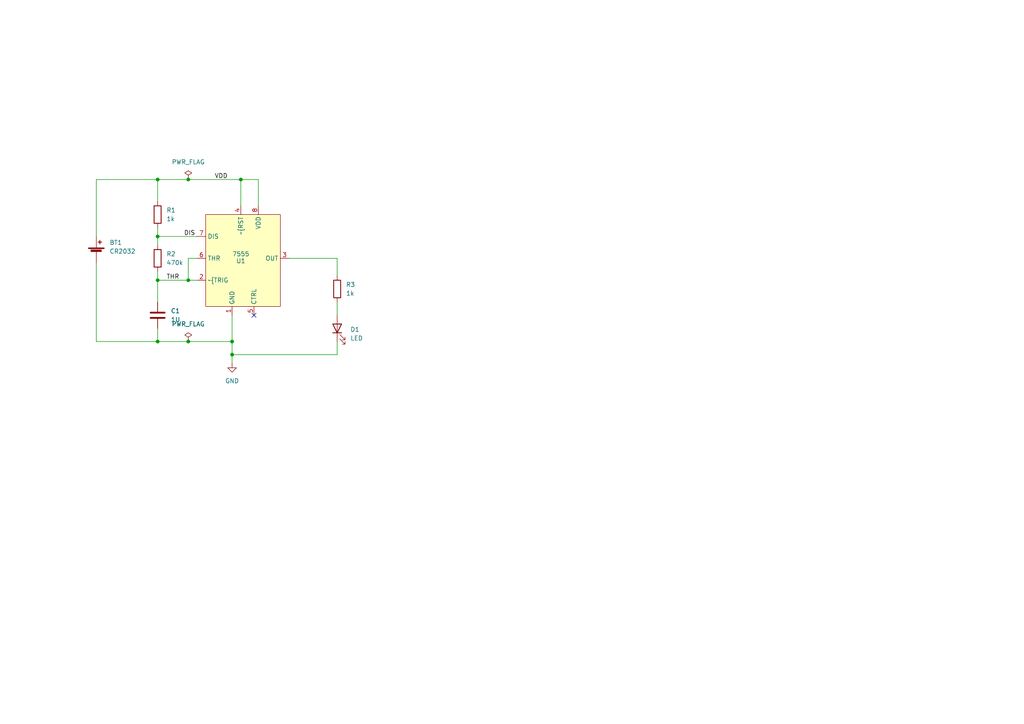
<source format=kicad_sch>
(kicad_sch (version 20211123) (generator eeschema)
  (paper "A4")
  (lib_symbols
    (symbol "Blinky:7555"
      (property "Reference" "U" (at 0 0 0))
      (property "Value" "7555" (at 0 5.08 0))
      (symbol "7555_0_1"
        (rectangle (start -10.16 15.24) (end 11.43 -11.43) (fill (type background)))
      )
      (symbol "7555_1_1"
        (pin power_in line (at -2.54 -13.97 90) (length 2.54) (name "GND") (number "1"))
        (pin input line (at -12.7 -3.81 0) (length 2.54) (name "~{TRIG") (number "2"))
        (pin output line (at 13.97 2.54 180) (length 2.54) (name "OUT") (number "3"))
        (pin input line (at 0 17.78 270) (length 2.54) (name "~{RST") (number "4"))
        (pin input line (at 3.81 -13.97 90) (length 2.54) (name "CTRL") (number "5"))
        (pin input line (at -12.7 2.54 0) (length 2.54) (name "THR") (number "6"))
        (pin input line (at -12.7 8.89 0) (length 2.54) (name "DIS") (number "7"))
        (pin power_in line (at 5.08 17.78 270) (length 2.54) (name "VDD") (number "8"))
      )
    )
    (symbol "Device:Battery_Cell" (pin_numbers hide) (pin_names (offset 0) hide)
      (property "Reference" "BT" (at 2.54 2.54 0))
      (property "Value" "Battery_Cell" (at 2.54 0 0))
      (symbol "Battery_Cell_0_1"
        (rectangle (start -2.286 1.778) (end 2.286 1.524) (fill (type outline)))
        (rectangle (start -1.5748 1.1938) (end 1.4732 0.6858) (fill (type outline)))
        (polyline (pts (xy 0 0.762) (xy 0 0)))
        (polyline (pts (xy 0 1.778) (xy 0 2.54)))
        (polyline (pts (xy 0.508 3.429) (xy 1.524 3.429)) (stroke (width 0.254)))
        (polyline (pts (xy 1.016 3.937) (xy 1.016 2.921)) (stroke (width 0.254)))
      )
      (symbol "Battery_Cell_1_1"
        (pin passive line (at 0 5.08 270) (length 2.54) (name "+") (number "1"))
        (pin passive line (at 0 -2.54 90) (length 2.54) (name "-") (number "2"))
      )
    )
    (symbol "Device:C" (pin_numbers hide) (pin_names (offset 0.254))
      (property "Reference" "C" (at 0.635 2.54 0))
      (property "Value" "C" (at 0.635 -2.54 0))
      (symbol "C_0_1"
        (polyline (pts (xy -2.032 -0.762) (xy 2.032 -0.762)) (stroke (width 0.508)))
        (polyline (pts (xy -2.032 0.762) (xy 2.032 0.762)) (stroke (width 0.508)))
      )
      (symbol "C_1_1"
        (pin passive line (at 0 3.81 270) (length 2.794) (name "~") (number "1"))
        (pin passive line (at 0 -3.81 90) (length 2.794) (name "~") (number "2"))
      )
    )
    (symbol "Device:LED" (pin_numbers hide) (pin_names (offset 1.016) hide)
      (property "Reference" "D" (at 0 2.54 0))
      (property "Value" "LED" (at 0 -2.54 0))
      (symbol "LED_0_1"
        (polyline (pts (xy -1.27 -1.27) (xy -1.27 1.27)) (stroke (width 0.254)))
        (polyline (pts (xy -1.27 0) (xy 1.27 0)))
        (polyline (pts (xy 1.27 -1.27) (xy 1.27 1.27) (xy -1.27 0) (xy 1.27 -1.27)) (stroke (width 0.254)))
        (polyline (pts (xy -3.048 -0.762) (xy -4.572 -2.286) (xy -3.81 -2.286) (xy -4.572 -2.286) (xy -4.572 -1.524)))
        (polyline (pts (xy -1.778 -0.762) (xy -3.302 -2.286) (xy -2.54 -2.286) (xy -3.302 -2.286) (xy -3.302 -1.524)))
      )
      (symbol "LED_1_1"
        (pin passive line (at -3.81 0 0) (length 2.54) (name "K") (number "1"))
        (pin passive line (at 3.81 0 180) (length 2.54) (name "A") (number "2"))
      )
    )
    (symbol "Device:R" (pin_numbers hide) (pin_names (offset 0))
      (property "Reference" "R" (at 2.032 0 90))
      (property "Value" "R" (at 0 0 90))
      (symbol "R_0_1"
        (rectangle (start -1.016 -2.54) (end 1.016 2.54) (stroke (width 0.254)))
      )
      (symbol "R_1_1"
        (pin passive line (at 0 3.81 270) (length 1.27) (name "~") (number "1"))
        (pin passive line (at 0 -3.81 90) (length 1.27) (name "~") (number "2"))
      )
    )
    (symbol "power:GND" (power) (pin_names (offset 0))
      (property "Value" "GND" (at 0 -3.81 0))
      (symbol "GND_0_1"
        (polyline (pts (xy 0 0) (xy 0 -1.27) (xy 1.27 -1.27) (xy 0 -2.54) (xy -1.27 -1.27) (xy 0 -1.27)))
      )
      (symbol "GND_1_1"
        (pin power_in line (at 0 0 270) (length 0) hide (name "GND") (number "1"))
      )
    )
    (symbol "power:PWR_FLAG" (power) (pin_numbers hide) (pin_names (offset 0) hide)
      (property "Value" "PWR_FLAG" (at 0 3.81 0))
      (symbol "PWR_FLAG_0_0"
        (pin power_out line (at 0 0 90) (length 0) (name "pwr") (number "1"))
      )
      (symbol "PWR_FLAG_0_1"
        (polyline (pts (xy 0 0) (xy 0 1.27) (xy -1.016 1.905) (xy 0 2.54) (xy 1.016 1.905) (xy 0 1.27)))
      )
    )
  )
  (junction (at 54.61 99.06))
  (junction (at 54.61 52.07))
  (junction (at 45.72 52.07))
  (junction (at 67.31 102.87))
  (junction (at 45.72 99.06))
  (junction (at 69.85 52.07))
  (junction (at 54.61 81.28))
  (junction (at 45.72 68.58))
  (junction (at 67.31 99.06))
  (junction (at 45.72 81.28))
  (no_connect (at 73.66 91.44))
  (wire (pts (xy 69.85 52.07) (xy 69.85 59.69)))
  (wire (pts (xy 67.31 99.06) (xy 67.31 102.87)))
  (wire (pts (xy 97.79 99.06) (xy 97.79 102.87)))
  (wire (pts (xy 45.72 68.58) (xy 57.15 68.58)))
  (wire (pts (xy 69.85 52.07) (xy 74.93 52.07)))
  (wire (pts (xy 45.72 95.25) (xy 45.72 99.06)))
  (wire (pts (xy 97.79 87.63) (xy 97.79 91.44)))
  (wire (pts (xy 54.61 74.93) (xy 54.61 81.28)))
  (wire (pts (xy 97.79 102.87) (xy 67.31 102.87)))
  (wire (pts (xy 45.72 99.06) (xy 54.61 99.06)))
  (wire (pts (xy 67.31 102.87) (xy 67.31 105.41)))
  (wire (pts (xy 45.72 68.58) (xy 45.72 71.12)))
  (wire (pts (xy 45.72 66.04) (xy 45.72 68.58)))
  (wire (pts (xy 27.94 68.58) (xy 27.94 52.07)))
  (wire (pts (xy 74.93 52.07) (xy 74.93 59.69)))
  (wire (pts (xy 83.82 74.93) (xy 97.79 74.93)))
  (wire (pts (xy 54.61 99.06) (xy 67.31 99.06)))
  (wire (pts (xy 57.15 74.93) (xy 54.61 74.93)))
  (wire (pts (xy 45.72 81.28) (xy 54.61 81.28)))
  (wire (pts (xy 54.61 81.28) (xy 57.15 81.28)))
  (wire (pts (xy 27.94 76.2) (xy 27.94 99.06)))
  (wire (pts (xy 45.72 52.07) (xy 54.61 52.07)))
  (wire (pts (xy 45.72 81.28) (xy 45.72 87.63)))
  (wire (pts (xy 97.79 74.93) (xy 97.79 80.01)))
  (wire (pts (xy 45.72 78.74) (xy 45.72 81.28)))
  (wire (pts (xy 27.94 52.07) (xy 45.72 52.07)))
  (wire (pts (xy 67.31 91.44) (xy 67.31 99.06)))
  (wire (pts (xy 54.61 52.07) (xy 69.85 52.07)))
  (wire (pts (xy 27.94 99.06) (xy 45.72 99.06)))
  (wire (pts (xy 45.72 52.07) (xy 45.72 58.42)))
  (label "DIS" (at 53.34 68.58 0))
  (label "THR" (at 48.26 81.28 0))
  (label "VDD" (at 62.23 52.07 0))
  (symbol (lib_id "Device:R") (at 45.72 74.93 0) (unit 1)
    (property "Reference" "R2" (at 48.26 73.6599 0) (effects (justify left)))
    (property "Value" "470k" (at 48.26 76.1999 0) (effects (justify left)))
    (property "Footprint" "Resistor_SMD:R_0805_2012Metric_Pad1.20x1.40mm_HandSolder" (effects hide))
  )
  (symbol (lib_id "Device:R") (at 97.79 83.82 0) (unit 1)
    (property "Reference" "R3" (at 100.33 82.5499 0) (effects (justify left)))
    (property "Value" "1k" (at 100.33 85.0899 0) (effects (justify left)))
    (property "Footprint" "Resistor_SMD:R_0805_2012Metric_Pad1.20x1.40mm_HandSolder" (effects hide))
  )
  (symbol (lib_id "power:PWR_FLAG") (at 54.61 99.06 0) (unit 1)
    (property "Reference" "#FLG0102" (effects hide))
    (property "Value" "PWR_FLAG" (at 54.61 93.98 0))
  )
  (symbol (lib_id "Blinky:7555") (at 69.85 77.47 0) (unit 1)
    (property "Reference" "U1" (at 69.85 75.6793 0))
    (property "Value" "7555" (at 69.85 73.66 0))
    (property "Footprint" "Package_SO:SOIC-8_3.9x4.9mm_P1.27mm" (effects hide))
  )
  (symbol (lib_id "Device:R") (at 45.72 62.23 0) (unit 1)
    (property "Reference" "R1" (at 48.26 60.9599 0) (effects (justify left)))
    (property "Value" "1k" (at 48.26 63.4999 0) (effects (justify left)))
    (property "Footprint" "Resistor_SMD:R_0805_2012Metric_Pad1.20x1.40mm_HandSolder" (effects hide))
  )
  (symbol (lib_id "Device:C") (at 45.72 91.44 0) (unit 1)
    (property "Reference" "C1" (at 49.53 90.1699 0) (effects (justify left)))
    (property "Value" "1U" (at 49.53 92.7099 0) (effects (justify left)))
    (property "Footprint" "Capacitor_SMD:C_0805_2012Metric_Pad1.18x1.45mm_HandSolder" (effects hide))
  )
  (symbol (lib_id "Device:LED") (at 97.79 95.25 90) (unit 1)
    (property "Reference" "D1" (at 101.6 95.5674 90) (effects (justify right)))
    (property "Value" "LED" (at 101.6 98.1074 90) (effects (justify right)))
    (property "Footprint" "LED_SMD:LED_0805_2012Metric_Pad1.15x1.40mm_HandSolder" (effects hide))
  )
  (symbol (lib_id "power:PWR_FLAG") (at 54.61 52.07 0) (unit 1)
    (property "Reference" "#FLG0101" (effects hide))
    (property "Value" "PWR_FLAG" (at 54.61 46.99 0))
  )
  (symbol (lib_id "power:GND") (at 67.31 105.41 0) (unit 1)
    (property "Reference" "#PWR0101" (effects hide))
    (property "Value" "GND" (at 67.31 110.49 0))
  )
  (symbol (lib_id "Device:Battery_Cell") (at 27.94 73.66 0) (unit 1)
    (property "Reference" "BT1" (at 31.75 70.3579 0) (effects (justify left)))
    (property "Value" "CR2032" (at 31.75 72.8979 0) (effects (justify left)))
    (property "Footprint" "Library:S8211-46R" (effects hide))
  )
)
</source>
